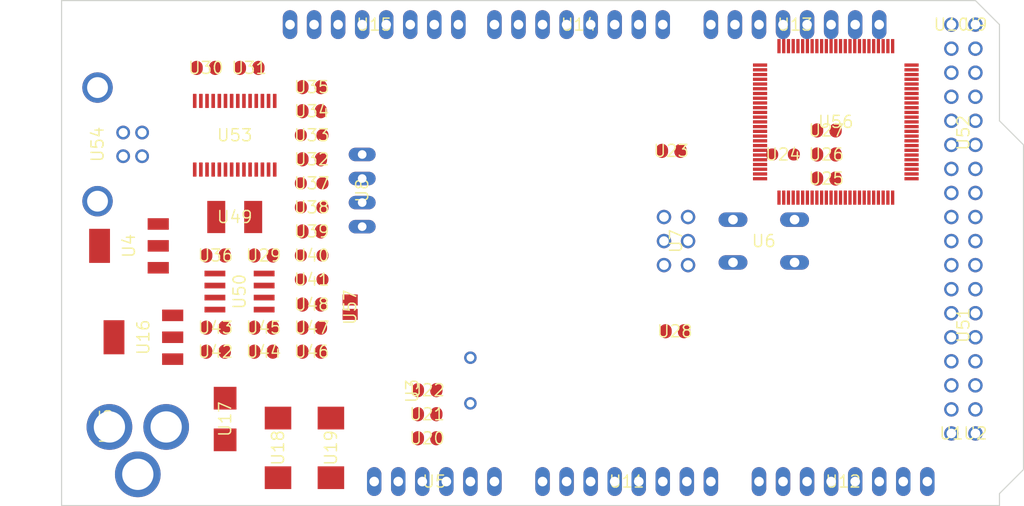
<source format=kicad_pcb>
(kicad_pcb (version 20221018) (generator pcbnew)
  (layers (0 "F.Cu" signal "Top") (31 "B.Cu" signal "Bottom") (34 "B.Paste" user) (35 "F.Paste" user) (36 "B.SilkS" user "B.Silkscreen") (37 "F.SilkS" user "F.Silkscreen") (38 "B.Mask" user) (39 "F.Mask" user) (44 "Edge.Cuts" user))
  (net 0 "")
  (net 1 "+5V")
  (net 2 "GND")
  (net 3 "N$6")
  (net 4 "N$7")
  (net 5 "AREF")
  (net 6 "RESET")
  (net 7 "VIN")
  (net 8 "N$3")
  (net 9 "PWRIN")
  (net 10 "M8RXD")
  (net 11 "M8TXD")
  (net 12 "ADC0")
  (net 13 "ADC2")
  (net 14 "ADC1")
  (net 15 "ADC3")
  (net 16 "ADC4")
  (net 17 "ADC5")
  (net 18 "ADC6")
  (net 19 "ADC7")
  (net 20 "+3V3")
  (net 21 "SDA")
  (net 22 "SCL")
  (net 23 "ADC9")
  (net 24 "ADC8")
  (net 25 "ADC10")
  (net 26 "ADC11")
  (net 27 "ADC12")
  (net 28 "ADC13")
  (net 29 "ADC14")
  (net 30 "ADC15")
  (net 31 "PB3")
  (net 32 "PB2")
  (net 33 "PB1")
  (net 34 "PB5")
  (net 35 "PB4")
  (net 36 "PE5")
  (net 37 "PE4")
  (net 38 "PE3")
  (net 39 "PE1")
  (net 40 "PE0")
  (net 41 "N$15")
  (net 42 "N$53")
  (net 43 "N$54")
  (net 44 "N$55")
  (net 45 "D-")
  (net 46 "D+")
  (net 47 "N$60")
  (net 48 "DTR")
  (net 49 "USBVCC")
  (net 50 "N$2")
  (net 51 "N$4")
  (net 52 "GATE_CMD")
  (net 53 "CMP")
  (net 54 "PB6")
  (net 55 "PH3")
  (net 56 "PH4")
  (net 57 "PH5")
  (net 58 "PH6")
  (net 59 "PG5")
  (net 60 "RXD1")
  (net 61 "TXD1")
  (net 62 "RXD2")
  (net 63 "RXD3")
  (net 64 "TXD2")
  (net 65 "TXD3")
  (net 66 "PC0")
  (net 67 "PC1")
  (net 68 "PC2")
  (net 69 "PC3")
  (net 70 "PC4")
  (net 71 "PC5")
  (net 72 "PC6")
  (net 73 "PC7")
  (net 74 "PB0")
  (net 75 "PG0")
  (net 76 "PG1")
  (net 77 "PG2")
  (net 78 "PD7")
  (net 79 "PA0")
  (net 80 "PA1")
  (net 81 "PA2")
  (net 82 "PA3")
  (net 83 "PA4")
  (net 84 "PA5")
  (net 85 "PA6")
  (net 86 "PA7")
  (net 87 "PL0")
  (net 88 "PL1")
  (net 89 "PL2")
  (net 90 "PL3")
  (net 91 "PL4")
  (net 92 "PL5")
  (net 93 "PL6")
  (net 94 "PL7")
  (net 95 "PB7")
  (net 96 "CTS")
  (net 97 "DSR")
  (net 98 "DCD")
  (net 99 "RI")
  (footprint "Arduino_MEGA_Reference_Design:2X03" (layer "F.Cu") (at 162.5981 103.7336 -90)
    (fp_text reference "U7")
    (fp_text value "")
  )
  (footprint "Arduino_MEGA_Reference_Design:1X08" (layer "F.Cu") (at 152.3111 80.8736 180)
    (fp_text reference "U14")
    (fp_text value "")
  )
  (footprint "Arduino_MEGA_Reference_Design:1X08" (layer "F.Cu") (at 130.7211 80.8736 180)
    (fp_text reference "U15")
    (fp_text value "")
  )
  (footprint "Arduino_MEGA_Reference_Design:SMC_D" (layer "F.Cu") (at 120.5611 125.5776 -90)
    (fp_text reference "U18")
    (fp_text value "")
  )
  (footprint "Arduino_MEGA_Reference_Design:SMC_D" (layer "F.Cu") (at 126.1491 125.5776 -90)
    (fp_text reference "U19")
    (fp_text value "")
  )
  (footprint "Arduino_MEGA_Reference_Design:B3F-10XX" (layer "F.Cu") (at 171.8691 103.7336 180)
    (fp_text reference "U6")
    (fp_text value "")
  )
  (footprint "Arduino_MEGA_Reference_Design:0805RND" (layer "F.Cu") (at 173.9011 94.5896 180)
    (fp_text reference "U24")
    (fp_text value "")
  )
  (footprint "Arduino_MEGA_Reference_Design:SMB" (layer "F.Cu") (at 114.9731 122.5296 -90)
    (fp_text reference "U17")
    (fp_text value "")
  )
  (footprint "Arduino_MEGA_Reference_Design:DC-21MM" (layer "F.Cu") (at 103.0351 123.2916 90)
    (fp_text reference "U55")
    (fp_text value "")
  )
  (footprint "Arduino_MEGA_Reference_Design:HC49_S" (layer "F.Cu") (at 140.8811 118.4656 90)
    (fp_text reference "U3")
    (fp_text value "")
  )
  (footprint "Arduino_MEGA_Reference_Design:SOT223" (layer "F.Cu") (at 106.3371 113.8936 90)
    (fp_text reference "U16")
    (fp_text value "")
  )
  (footprint "Arduino_MEGA_Reference_Design:1X06" (layer "F.Cu") (at 137.0711 129.1336)
    (fp_text reference "U5")
    (fp_text value "")
  )
  (footprint "Arduino_MEGA_Reference_Design:C0805RND" (layer "F.Cu") (at 124.1171 87.4776)
    (fp_text reference "U35")
    (fp_text value "")
  )
  (footprint "Arduino_MEGA_Reference_Design:C0805RND" (layer "F.Cu") (at 162.4711 113.2586)
    (fp_text reference "U28")
    (fp_text value "")
  )
  (footprint "Arduino_MEGA_Reference_Design:C0805RND" (layer "F.Cu") (at 136.3091 122.0216)
    (fp_text reference "U21")
    (fp_text value "")
  )
  (footprint "Arduino_MEGA_Reference_Design:C0805RND" (layer "F.Cu") (at 136.3091 119.4816)
    (fp_text reference "U22")
    (fp_text value "")
  )
  (footprint "Arduino_MEGA_Reference_Design:C0805RND" (layer "F.Cu") (at 113.9571 112.8776)
    (fp_text reference "U43")
    (fp_text value "")
  )
  (footprint "Arduino_MEGA_Reference_Design:RCL_0805RND" (layer "F.Cu") (at 124.1171 105.2576)
    (fp_text reference "U40")
    (fp_text value "")
  )
  (footprint "Arduino_MEGA_Reference_Design:RCL_0805RND" (layer "F.Cu") (at 124.1171 107.7976)
    (fp_text reference "U41")
    (fp_text value "")
  )
  (footprint "Arduino_MEGA_Reference_Design:1X08" (layer "F.Cu") (at 157.3911 129.1336)
    (fp_text reference "U11")
    (fp_text value "")
  )
  (footprint "Arduino_MEGA_Reference_Design:1X08" (layer "F.Cu") (at 175.1711 80.8736 180)
    (fp_text reference "U13")
    (fp_text value "")
  )
  (footprint "Arduino_MEGA_Reference_Design:R0805RND" (layer "F.Cu") (at 178.4731 94.5896 180)
    (fp_text reference "U26")
    (fp_text value "")
  )
  (footprint "Arduino_MEGA_Reference_Design:R0805RND" (layer "F.Cu") (at 178.4731 92.0496 180)
    (fp_text reference "U27")
    (fp_text value "")
  )
  (footprint "Arduino_MEGA_Reference_Design:TQFP100" (layer "F.Cu") (at 179.47476196289062 91.14759826660156 0)
    (fp_text reference "U56")
    (fp_text value "")
  )
  (footprint "Arduino_MEGA_Reference_Design:C0805RND" (layer "F.Cu") (at 162.0901 94.2086 180)
    (fp_text reference "U23")
    (fp_text value "")
  )
  (footprint "Arduino_MEGA_Reference_Design:C0805RND" (layer "F.Cu") (at 136.3091 124.5616)
    (fp_text reference "U20")
    (fp_text value "")
  )
  (footprint "Arduino_MEGA_Reference_Design:1X08" (layer "F.Cu") (at 180.2511 129.1336)
    (fp_text reference "U12")
    (fp_text value "")
  )
  (footprint "Arduino_MEGA_Reference_Design:R0805RND" (layer "F.Cu") (at 124.1171 112.8776)
    (fp_text reference "U47")
    (fp_text value "")
  )
  (footprint "Arduino_MEGA_Reference_Design:C0805RND" (layer "F.Cu") (at 124.1171 115.4176)
    (fp_text reference "U46")
    (fp_text value "")
  )
  (footprint "Arduino_MEGA_Reference_Design:C0805RND" (layer "F.Cu") (at 113.9571 105.2576)
    (fp_text reference "U36")
    (fp_text value "")
  )
  (footprint "Arduino_MEGA_Reference_Design:C0805RND" (layer "F.Cu") (at 112.9411 85.4456)
    (fp_text reference "U30")
    (fp_text value "")
  )
  (footprint "Arduino_MEGA_Reference_Design:0805RND" (layer "F.Cu") (at 124.1171 100.1776 180)
    (fp_text reference "U38")
    (fp_text value "")
  )
  (footprint "Arduino_MEGA_Reference_Design:0805RND" (layer "F.Cu") (at 124.1171 97.6376 180)
    (fp_text reference "U37")
    (fp_text value "")
  )
  (footprint "Arduino_MEGA_Reference_Design:R0805RND" (layer "F.Cu") (at 124.1171 95.0976)
    (fp_text reference "U32")
    (fp_text value "")
  )
  (footprint "Arduino_MEGA_Reference_Design:R0805RND" (layer "F.Cu") (at 124.1171 102.7176)
    (fp_text reference "U39")
    (fp_text value "")
  )
  (footprint "Arduino_MEGA_Reference_Design:SSOP28" (layer "F.Cu") (at 115.9891 92.5576)
    (fp_text reference "U53")
    (fp_text value "")
  )
  (footprint "Arduino_MEGA_Reference_Design:PN61729" (layer "F.Cu") (at 98.9584 93.5228 -90)
    (fp_text reference "U54")
    (fp_text value "")
  )
  (footprint "Arduino_MEGA_Reference_Design:L1812" (layer "F.Cu") (at 115.9891 101.1936)
    (fp_text reference "U49")
    (fp_text value "")
  )
  (footprint "Arduino_MEGA_Reference_Design:C0805RND" (layer "F.Cu") (at 117.5131 85.4456)
    (fp_text reference "U31")
    (fp_text value "")
  )
  (footprint "Arduino_MEGA_Reference_Design:0805RND" (layer "F.Cu") (at 124.1171 92.5576 180)
    (fp_text reference "U33")
    (fp_text value "")
  )
  (footprint "Arduino_MEGA_Reference_Design:R0805RND" (layer "F.Cu") (at 124.1171 90.0176 180)
    (fp_text reference "U34")
    (fp_text value "")
  )
  (footprint "Arduino_MEGA_Reference_Design:C0805RND" (layer "F.Cu") (at 124.1171 110.4392 180)
    (fp_text reference "U48")
    (fp_text value "")
  )
  (footprint "Arduino_MEGA_Reference_Design:SOT223" (layer "F.Cu") (at 104.8131 104.2416 90)
    (fp_text reference "U4")
    (fp_text value "")
  )
  (footprint "Arduino_MEGA_Reference_Design:SO08" (layer "F.Cu") (at 116.4971 109.0676 -90)
    (fp_text reference "U50")
    (fp_text value "")
  )
  (footprint "Arduino_MEGA_Reference_Design:R0805RND" (layer "F.Cu") (at 113.9571 115.4176 180)
    (fp_text reference "U42")
    (fp_text value "")
  )
  (footprint "Arduino_MEGA_Reference_Design:R0805RND" (layer "F.Cu") (at 119.0371 112.8776 180)
    (fp_text reference "U45")
    (fp_text value "")
  )
  (footprint "Arduino_MEGA_Reference_Design:C0805RND" (layer "F.Cu") (at 119.0371 115.4176 180)
    (fp_text reference "U44")
    (fp_text value "")
  )
  (footprint "Arduino_MEGA_Reference_Design:C0805RND" (layer "F.Cu") (at 119.0371 105.2576)
    (fp_text reference "U29")
    (fp_text value "")
  )
  (footprint "Arduino_MEGA_Reference_Design:2X08" (layer "F.Cu") (at 192.9511 92.3036 90)
    (fp_text reference "U52")
    (fp_text value "")
  )
  (footprint "Arduino_MEGA_Reference_Design:2X08" (layer "F.Cu") (at 192.9511 112.6236 90)
    (fp_text reference "U51")
    (fp_text value "")
  )
  (footprint "Arduino_MEGA_Reference_Design:R0805RND" (layer "F.Cu") (at 178.4731 97.1296 180)
    (fp_text reference "U25")
    (fp_text value "")
  )
  (footprint "Arduino_MEGA_Reference_Design:1X01" (layer "F.Cu") (at 191.6811 80.8736)
    (fp_text reference "U10")
    (fp_text value "")
  )
  (footprint "Arduino_MEGA_Reference_Design:1X01" (layer "F.Cu") (at 194.2211 80.8736)
    (fp_text reference "U9")
    (fp_text value "")
  )
  (footprint "Arduino_MEGA_Reference_Design:1X01" (layer "F.Cu") (at 191.6811 124.0536)
    (fp_text reference "U1")
    (fp_text value "")
  )
  (footprint "Arduino_MEGA_Reference_Design:1X01" (layer "F.Cu") (at 194.2211 124.0536)
    (fp_text reference "U2")
    (fp_text value "")
  )
  (footprint "Arduino_MEGA_Reference_Design:SJ" (layer "F.Cu") (at 128.1811 110.7186 -90)
    (fp_text reference "U57")
    (fp_text value "")
  )
  (footprint "Arduino_MEGA_Reference_Design:JP4" (layer "F.Cu") (at 129.4511 98.3996 -90)
    (fp_text reference "U8")
    (fp_text value "")
  )
  (gr_line (start 196.7611 80.8736) (end 196.7611 91.0336) (layer "Edge.Cuts") (width 0.12))
  (gr_line (start 196.7611 130.4036) (end 196.7611 131.6736) (layer "Edge.Cuts") (width 0.12))
  (gr_line (start 194.2211 78.3336) (end 196.7611 80.8736) (layer "Edge.Cuts") (width 0.12))
  (gr_line (start 97.7011 78.3336) (end 194.2211 78.3336) (layer "Edge.Cuts") (width 0.12))
  (gr_line (start 196.7611 91.0336) (end 199.3011 93.5736) (layer "Edge.Cuts") (width 0.12))
  (gr_line (start 97.7011 131.6736) (end 97.7011 78.3336) (layer "Edge.Cuts") (width 0.12))
  (gr_line (start 196.7611 131.6736) (end 97.7011 131.6736) (layer "Edge.Cuts") (width 0.12))
  (gr_line (start 199.3011 93.5736) (end 199.3011 127.8636) (layer "Edge.Cuts") (width 0.12))
  (gr_line (start 199.3011 127.8636) (end 196.7611 130.4036) (layer "Edge.Cuts") (width 0.12))
)
</source>
